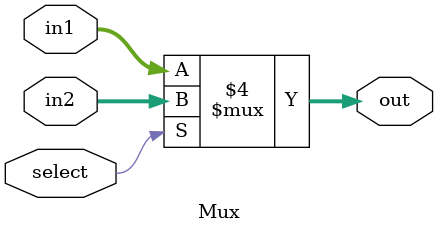
<source format=v>
module Mux
(
	output reg [31:0] out,
	input select,
	input [31:0] in1,
	input [31:0] in2
);

always @ (*) begin

if (select == 1'b0)
	out = in1;
else	
	out = in2;
	
$display("MUX");
end


endmodule

</source>
